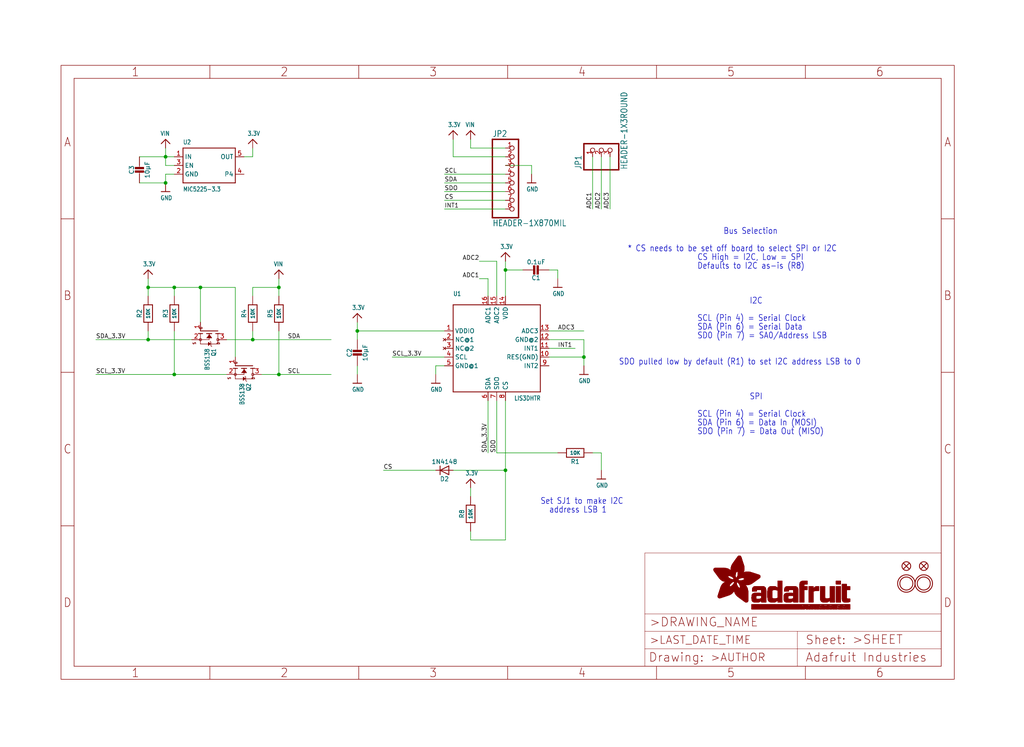
<source format=kicad_sch>
(kicad_sch (version 20211123) (generator eeschema)
  (paper "User" 298.45 217.881)
  (lib_symbols
    (symbol "eagleSchem-eagle-import:3.3V" (power)
      (property "Value" "3.3V" (at -1.524 1.016 0))
      (symbol "3.3V_1_0"
        (pin power_in line (at 0 -2.54 90) (length 2.54) (name "3.3V") (number "1"))
      )
    )
    (symbol "eagleSchem-eagle-import:ACCEL_LIS3DHTR"
      (property "Reference" "U" (at -12.7 15.24 0))
      (property "Value" "ACCEL_LIS3DHTR" (at 5.08 -15.24 0))
      (symbol "ACCEL_LIS3DHTR_1_0"
        (pin power_in line (at -15.24 5.08 0) (length 2.54) (name "VDDIO") (number "1"))
        (pin bidirectional line (at 15.24 -2.54 180) (length 2.54) (name "RES(GND)") (number "10"))
        (pin output line (at 15.24 0 180) (length 2.54) (name "INT1") (number "11"))
        (pin power_in line (at 15.24 2.54 180) (length 2.54) (name "GND@2") (number "12"))
        (pin input line (at 15.24 5.08 180) (length 2.54) (name "ADC3") (number "13"))
        (pin power_in line (at 2.54 15.24 270) (length 2.54) (name "VDD") (number "14"))
        (pin input line (at 0 15.24 270) (length 2.54) (name "ADC2") (number "15"))
        (pin input line (at -2.54 15.24 270) (length 2.54) (name "ADC1") (number "16"))
        (pin no_connect line (at -15.24 2.54 0) (length 2.54) (name "NC@1") (number "2"))
        (pin no_connect line (at -15.24 0 0) (length 2.54) (name "NC@2") (number "3"))
        (pin bidirectional line (at -15.24 -2.54 0) (length 2.54) (name "SCL") (number "4"))
        (pin power_in line (at -15.24 -5.08 0) (length 2.54) (name "GND@1") (number "5"))
        (pin bidirectional line (at -2.54 -15.24 90) (length 2.54) (name "SDA") (number "6"))
        (pin bidirectional line (at 0 -15.24 90) (length 2.54) (name "SDO") (number "7"))
        (pin input line (at 2.54 -15.24 90) (length 2.54) (name "CS") (number "8"))
        (pin output line (at 15.24 -5.08 180) (length 2.54) (name "INT2") (number "9"))
      )
    )
    (symbol "eagleSchem-eagle-import:CAP_CERAMIC0805-NOOUTLINE"
      (property "Reference" "C" (at -2.29 1.25 90))
      (property "Value" "CAP_CERAMIC0805-NOOUTLINE" (at 2.3 1.25 90))
      (symbol "CAP_CERAMIC0805-NOOUTLINE_1_0"
        (pin passive line (at 0 5.08 270) (length 2.54) (name "1") (number "1"))
        (pin passive line (at 0 -2.54 90) (length 2.54) (name "2") (number "2"))
      )
    )
    (symbol "eagleSchem-eagle-import:CAP_CERAMIC0805_10MGAP"
      (property "Reference" "C" (at -2.29 1.25 90))
      (property "Value" "CAP_CERAMIC0805_10MGAP" (at 2.3 1.25 90))
      (symbol "CAP_CERAMIC0805_10MGAP_1_0"
        (pin passive line (at 0 5.08 270) (length 2.54) (name "1") (number "1"))
        (pin passive line (at 0 -2.54 90) (length 2.54) (name "2") (number "2"))
      )
    )
    (symbol "eagleSchem-eagle-import:DIODESOD-323"
      (property "Reference" "D" (at 0 2.54 0))
      (property "Value" "DIODESOD-323" (at 0 -2.5 0))
      (symbol "DIODESOD-323_1_0"
        (pin passive line (at -2.54 0 0) (length 2.54) (name "A") (number "A"))
        (pin passive line (at 2.54 0 180) (length 2.54) (name "C") (number "C"))
      )
    )
    (symbol "eagleSchem-eagle-import:FIDUCIAL{dblquote}{dblquote}")
    (symbol "eagleSchem-eagle-import:FRAME_A4_ADAFRUIT"
      (symbol "FRAME_A4_ADAFRUIT_0_0"
        (text "1" (at 21.6958 1.905 0) (effects (font (size 2.54 2.286))))
        (text "1" (at 21.6958 177.165 0) (effects (font (size 2.54 2.286))))
        (text "2" (at 65.0875 1.905 0) (effects (font (size 2.54 2.286))))
        (text "2" (at 65.0875 177.165 0) (effects (font (size 2.54 2.286))))
        (text "3" (at 108.4792 1.905 0) (effects (font (size 2.54 2.286))))
        (text "3" (at 108.4792 177.165 0) (effects (font (size 2.54 2.286))))
        (text "4" (at 151.8708 1.905 0) (effects (font (size 2.54 2.286))))
        (text "4" (at 151.8708 177.165 0) (effects (font (size 2.54 2.286))))
        (text "5" (at 195.2625 1.905 0) (effects (font (size 2.54 2.286))))
        (text "5" (at 195.2625 177.165 0) (effects (font (size 2.54 2.286))))
        (text "6" (at 238.6542 1.905 0) (effects (font (size 2.54 2.286))))
        (text "6" (at 238.6542 177.165 0) (effects (font (size 2.54 2.286))))
        (text "A" (at 1.905 156.6863 0) (effects (font (size 2.54 2.286))))
        (text "A" (at 258.445 156.6863 0) (effects (font (size 2.54 2.286))))
        (text "B" (at 1.905 111.9188 0) (effects (font (size 2.54 2.286))))
        (text "B" (at 258.445 111.9188 0) (effects (font (size 2.54 2.286))))
        (text "C" (at 1.905 67.1513 0) (effects (font (size 2.54 2.286))))
        (text "C" (at 258.445 67.1513 0) (effects (font (size 2.54 2.286))))
        (text "D" (at 1.905 22.3838 0) (effects (font (size 2.54 2.286))))
        (text "D" (at 258.445 22.3838 0) (effects (font (size 2.54 2.286))))
      )
      (symbol "FRAME_A4_ADAFRUIT_1_0"
        (text ">AUTHOR" (at 189.23 5.08 0) (effects (font (size 2.286 2.286)) (justify left bottom)))
        (text ">DRAWING_NAME" (at 171.45 15.24 0) (effects (font (size 2.54 2.54)) (justify left bottom)))
        (text ">LAST_DATE_TIME" (at 171.45 10.16 0) (effects (font (size 2.286 2.286)) (justify left bottom)))
        (text ">SHEET" (at 230.505 10.16 0) (effects (font (size 2.54 2.54)) (justify left bottom)))
        (text "Adafruit Industries" (at 216.916 4.953 0) (effects (font (size 2.54 2.54)) (justify left bottom)))
        (text "Drawing:" (at 171.196 4.953 0) (effects (font (size 2.54 2.54)) (justify left bottom)))
        (text "Sheet:" (at 216.916 10.033 0) (effects (font (size 2.54 2.54)) (justify left bottom)))
      )
    )
    (symbol "eagleSchem-eagle-import:GND" (power)
      (property "Value" "GND" (at -1.524 -2.54 0))
      (symbol "GND_1_0"
        (pin power_in line (at 0 2.54 270) (length 2.54) (name "GND") (number "1"))
      )
    )
    (symbol "eagleSchem-eagle-import:HEADER-1X3ROUND"
      (property "Reference" "JP" (at -6.35 5.715 0))
      (property "Value" "HEADER-1X3ROUND" (at -6.35 -7.62 0))
      (symbol "HEADER-1X3ROUND_1_0"
        (pin passive inverted (at -2.54 2.54 0) (length 2.54) (name "1") (number "1"))
        (pin passive inverted (at -2.54 0 0) (length 2.54) (name "2") (number "2"))
        (pin passive inverted (at -2.54 -2.54 0) (length 2.54) (name "3") (number "3"))
      )
    )
    (symbol "eagleSchem-eagle-import:HEADER-1X870MIL"
      (property "Reference" "JP" (at -6.35 13.335 0))
      (property "Value" "HEADER-1X870MIL" (at -6.35 -12.7 0))
      (symbol "HEADER-1X870MIL_1_0"
        (pin passive inverted (at -2.54 10.16 0) (length 2.54) (name "1") (number "1"))
        (pin passive inverted (at -2.54 7.62 0) (length 2.54) (name "2") (number "2"))
        (pin passive inverted (at -2.54 5.08 0) (length 2.54) (name "3") (number "3"))
        (pin passive inverted (at -2.54 2.54 0) (length 2.54) (name "4") (number "4"))
        (pin passive inverted (at -2.54 0 0) (length 2.54) (name "5") (number "5"))
        (pin passive inverted (at -2.54 -2.54 0) (length 2.54) (name "6") (number "6"))
        (pin passive inverted (at -2.54 -5.08 0) (length 2.54) (name "7") (number "7"))
        (pin passive inverted (at -2.54 -7.62 0) (length 2.54) (name "8") (number "8"))
      )
    )
    (symbol "eagleSchem-eagle-import:MOSFET-NWIDE"
      (property "Reference" "Q" (at 5.08 0.635 0))
      (property "Value" "MOSFET-NWIDE" (at 5.08 -1.27 0))
      (symbol "MOSFET-NWIDE_1_0"
        (text "D" (at 3.175 3.175 0) (effects (font (size 0.8128 0.6908)) (justify left bottom)))
        (text "G" (at -1.27 -1.905 0) (effects (font (size 0.8128 0.6908)) (justify left bottom)))
        (text "S" (at 3.175 -3.81 0) (effects (font (size 0.8128 0.6908)) (justify left bottom)))
        (pin bidirectional line (at -2.54 -2.54 0) (length 2.54) (name "G") (number "1"))
        (pin bidirectional line (at 2.54 -5.08 90) (length 2.54) (name "S") (number "2"))
        (pin bidirectional line (at 2.54 5.08 270) (length 2.54) (name "D") (number "3"))
      )
    )
    (symbol "eagleSchem-eagle-import:MOUNTINGHOLE2.5")
    (symbol "eagleSchem-eagle-import:RESISTOR0805_NOOUTLINE"
      (property "Reference" "R" (at 0 2.54 0))
      (property "Value" "RESISTOR0805_NOOUTLINE" (at 0 0 0))
      (symbol "RESISTOR0805_NOOUTLINE_1_0"
        (pin passive line (at -5.08 0 0) (length 2.54) (name "1") (number "1"))
        (pin passive line (at 5.08 0 180) (length 2.54) (name "2") (number "2"))
      )
    )
    (symbol "eagleSchem-eagle-import:VIN" (power)
      (property "Value" "VIN" (at -1.524 1.016 0))
      (symbol "VIN_1_0"
        (pin power_in line (at 0 -2.54 90) (length 2.54) (name "VIN") (number "1"))
      )
    )
    (symbol "eagleSchem-eagle-import:VREG_SOT23-5"
      (property "Reference" "U" (at -7.62 6.096 0))
      (property "Value" "VREG_SOT23-5" (at -7.62 -7.62 0))
      (symbol "VREG_SOT23-5_1_0"
        (pin power_in line (at -10.16 2.54 0) (length 2.54) (name "IN") (number "1"))
        (pin power_in line (at -10.16 -2.54 0) (length 2.54) (name "GND") (number "2"))
        (pin input line (at -10.16 0 0) (length 2.54) (name "EN") (number "3"))
        (pin bidirectional line (at 10.16 -2.54 180) (length 2.54) (name "P4") (number "4"))
        (pin power_in line (at 10.16 2.54 180) (length 2.54) (name "OUT") (number "5"))
      )
    )
  )
  (junction (at 147.32 137.16))
  (junction (at 73.66 99.06))
  (junction (at 50.8 109.22))
  (junction (at 43.18 83.82))
  (junction (at 50.8 83.82))
  (junction (at 43.18 99.06))
  (junction (at 48.26 45.72))
  (junction (at 147.32 78.74))
  (junction (at 81.28 83.82))
  (junction (at 104.14 96.52))
  (junction (at 48.26 53.34))
  (junction (at 170.18 104.14))
  (junction (at 81.28 109.22))
  (junction (at 58.42 83.82))
  (wire (pts (xy 104.14 96.52) (xy 104.14 99.06)))
  (wire (pts (xy 43.18 86.36) (xy 43.18 83.82)))
  (wire (pts (xy 73.66 86.36) (xy 73.66 83.82)))
  (wire (pts (xy 55.88 99.06) (xy 43.18 99.06)))
  (wire (pts (xy 127 106.68) (xy 127 109.22)))
  (wire (pts (xy 68.58 104.14) (xy 68.58 83.82)))
  (wire (pts (xy 144.78 76.2) (xy 144.78 86.36)))
  (wire (pts (xy 172.72 132.08) (xy 175.26 132.08)))
  (wire (pts (xy 170.18 99.06) (xy 170.18 104.14)))
  (wire (pts (xy 48.26 50.8) (xy 48.26 53.34)))
  (wire (pts (xy 127 137.16) (xy 111.76 137.16)))
  (wire (pts (xy 147.32 50.8) (xy 129.54 50.8)))
  (wire (pts (xy 147.32 55.88) (xy 129.54 55.88)))
  (wire (pts (xy 170.18 104.14) (xy 170.18 106.68)))
  (wire (pts (xy 129.54 106.68) (xy 127 106.68)))
  (wire (pts (xy 142.24 116.84) (xy 142.24 132.08)))
  (wire (pts (xy 66.04 99.06) (xy 73.66 99.06)))
  (wire (pts (xy 68.58 83.82) (xy 58.42 83.82)))
  (wire (pts (xy 144.78 132.08) (xy 162.56 132.08)))
  (wire (pts (xy 71.12 45.72) (xy 73.66 45.72)))
  (wire (pts (xy 73.66 83.82) (xy 81.28 83.82)))
  (wire (pts (xy 66.04 109.22) (xy 50.8 109.22)))
  (wire (pts (xy 40.64 53.34) (xy 48.26 53.34)))
  (wire (pts (xy 50.8 96.52) (xy 50.8 109.22)))
  (wire (pts (xy 81.28 109.22) (xy 81.28 96.52)))
  (wire (pts (xy 137.16 43.18) (xy 137.16 40.64)))
  (wire (pts (xy 147.32 137.16) (xy 147.32 116.84)))
  (wire (pts (xy 147.32 58.42) (xy 129.54 58.42)))
  (wire (pts (xy 160.02 101.6) (xy 167.64 101.6)))
  (wire (pts (xy 73.66 99.06) (xy 73.66 96.52)))
  (wire (pts (xy 154.94 48.26) (xy 154.94 50.8)))
  (wire (pts (xy 48.26 45.72) (xy 40.64 45.72)))
  (wire (pts (xy 132.08 137.16) (xy 147.32 137.16)))
  (wire (pts (xy 147.32 157.48) (xy 147.32 137.16)))
  (wire (pts (xy 73.66 45.72) (xy 73.66 43.18)))
  (wire (pts (xy 48.26 45.72) (xy 48.26 43.18)))
  (wire (pts (xy 137.16 154.94) (xy 137.16 157.48)))
  (wire (pts (xy 147.32 86.36) (xy 147.32 78.74)))
  (wire (pts (xy 142.24 81.28) (xy 139.7 81.28)))
  (wire (pts (xy 129.54 104.14) (xy 114.3 104.14)))
  (wire (pts (xy 50.8 86.36) (xy 50.8 83.82)))
  (wire (pts (xy 147.32 60.96) (xy 129.54 60.96)))
  (wire (pts (xy 43.18 83.82) (xy 43.18 81.28)))
  (wire (pts (xy 175.26 132.08) (xy 175.26 137.16)))
  (wire (pts (xy 81.28 86.36) (xy 81.28 83.82)))
  (wire (pts (xy 104.14 106.68) (xy 104.14 109.22)))
  (wire (pts (xy 58.42 83.82) (xy 50.8 83.82)))
  (wire (pts (xy 76.2 109.22) (xy 81.28 109.22)))
  (wire (pts (xy 160.02 104.14) (xy 170.18 104.14)))
  (wire (pts (xy 43.18 99.06) (xy 43.18 96.52)))
  (wire (pts (xy 50.8 48.26) (xy 48.26 48.26)))
  (wire (pts (xy 147.32 78.74) (xy 147.32 76.2)))
  (wire (pts (xy 147.32 43.18) (xy 137.16 43.18)))
  (wire (pts (xy 43.18 99.06) (xy 27.94 99.06)))
  (wire (pts (xy 177.8 45.72) (xy 177.8 60.96)))
  (wire (pts (xy 152.4 78.74) (xy 147.32 78.74)))
  (wire (pts (xy 147.32 45.72) (xy 132.08 45.72)))
  (wire (pts (xy 142.24 86.36) (xy 142.24 81.28)))
  (wire (pts (xy 160.02 78.74) (xy 162.56 78.74)))
  (wire (pts (xy 162.56 78.74) (xy 162.56 81.28)))
  (wire (pts (xy 50.8 50.8) (xy 48.26 50.8)))
  (wire (pts (xy 50.8 83.82) (xy 43.18 83.82)))
  (wire (pts (xy 132.08 45.72) (xy 132.08 40.64)))
  (wire (pts (xy 81.28 109.22) (xy 96.52 109.22)))
  (wire (pts (xy 50.8 109.22) (xy 27.94 109.22)))
  (wire (pts (xy 147.32 53.34) (xy 129.54 53.34)))
  (wire (pts (xy 129.54 96.52) (xy 104.14 96.52)))
  (wire (pts (xy 137.16 157.48) (xy 147.32 157.48)))
  (wire (pts (xy 50.8 45.72) (xy 48.26 45.72)))
  (wire (pts (xy 139.7 76.2) (xy 144.78 76.2)))
  (wire (pts (xy 172.72 45.72) (xy 172.72 60.96)))
  (wire (pts (xy 147.32 48.26) (xy 154.94 48.26)))
  (wire (pts (xy 73.66 99.06) (xy 96.52 99.06)))
  (wire (pts (xy 81.28 83.82) (xy 81.28 81.28)))
  (wire (pts (xy 48.26 48.26) (xy 48.26 45.72)))
  (wire (pts (xy 144.78 116.84) (xy 144.78 132.08)))
  (wire (pts (xy 58.42 93.98) (xy 58.42 83.82)))
  (wire (pts (xy 175.26 60.96) (xy 175.26 45.72)))
  (wire (pts (xy 160.02 96.52) (xy 170.18 96.52)))
  (wire (pts (xy 160.02 99.06) (xy 170.18 99.06)))
  (wire (pts (xy 104.14 96.52) (xy 104.14 93.98)))
  (wire (pts (xy 137.16 144.78) (xy 137.16 142.24)))
  (text "Bus Selection" (at 210.82 68.58 180) (effects (font (size 1.778 1.5113)) (justify left bottom)))
  (text "SCL (Pin 4) = Serial Clock" (at 203.2 121.92 180) (effects (font (size 1.778 1.5113)) (justify left bottom)))
  (text "SDA (Pin 6) = Serial Data" (at 203.2 96.52 180) (effects (font (size 1.778 1.5113)) (justify left bottom)))
  (text "SDO pulled low by default (R1) to set I2C address LSB to 0" (at 180.34 106.68 0) (effects (font (size 1.778 1.5113)) (justify left bottom)))
  (text "SCL (Pin 4) = Serial Clock" (at 203.2 93.98 180) (effects (font (size 1.778 1.5113)) (justify left bottom)))
  (text "Defaults to I2C as-is (R8)" (at 203.2 78.74 180) (effects (font (size 1.778 1.5113)) (justify left bottom)))
  (text "SD0 (Pin 7) = SA0/Address LSB" (at 203.2 99.06 180) (effects (font (size 1.778 1.5113)) (justify left bottom)))
  (text "SDO (Pin 7) = Data Out (MISO)" (at 203.2 127 180) (effects (font (size 1.778 1.5113)) (justify left bottom)))
  (text "* CS needs to be set off board to select SPI or I2C" (at 182.88 73.66 0) (effects (font (size 1.778 1.5113)) (justify left bottom)))
  (text "I2C" (at 218.44 88.9 180) (effects (font (size 1.778 1.5113)) (justify left bottom)))
  (text "address LSB 1" (at 160.02 149.86 180) (effects (font (size 1.778 1.5113)) (justify left bottom)))
  (text "Set SJ1 to make I2C" (at 157.48 147.32 180) (effects (font (size 1.778 1.5113)) (justify left bottom)))
  (text "CS High = I2C, Low = SPI" (at 203.2 76.2 180) (effects (font (size 1.778 1.5113)) (justify left bottom)))
  (text "SDA (Pin 6) = Data In (MOSI)" (at 203.2 124.46 180) (effects (font (size 1.778 1.5113)) (justify left bottom)))
  (text "SPI" (at 218.44 116.84 180) (effects (font (size 1.778 1.5113)) (justify left bottom)))
  (label "SCL" (at 129.54 50.8 0) (effects (font (size 1.2446 1.2446))))
  (label "INT1" (at 162.56 101.6 0) (effects (font (size 1.2446 1.2446))))
  (label "SCL" (at 83.82 109.22 0) (effects (font (size 1.2446 1.2446))))
  (label "SCL_3.3V" (at 27.94 109.22 0) (effects (font (size 1.2446 1.2446))))
  (label "ADC1" (at 172.72 60.96 90) (effects (font (size 1.2446 1.2446))))
  (label "SDA_3.3V" (at 142.24 132.08 90) (effects (font (size 1.2446 1.2446))))
  (label "ADC2" (at 139.7 76.2 180) (effects (font (size 1.2446 1.2446))))
  (label "ADC3" (at 177.8 60.96 90) (effects (font (size 1.2446 1.2446))))
  (label "SDO" (at 144.78 132.08 90) (effects (font (size 1.2446 1.2446))))
  (label "INT1" (at 129.54 60.96 0) (effects (font (size 1.2446 1.2446))))
  (label "CS" (at 111.76 137.16 0) (effects (font (size 1.2446 1.2446))))
  (label "SCL_3.3V" (at 114.3 104.14 0) (effects (font (size 1.2446 1.2446))))
  (label "CS" (at 129.54 58.42 0) (effects (font (size 1.2446 1.2446))))
  (label "ADC1" (at 139.7 81.28 180) (effects (font (size 1.2446 1.2446))))
  (label "SDA_3.3V" (at 27.94 99.06 0) (effects (font (size 1.2446 1.2446))))
  (label "SDO" (at 129.54 55.88 0) (effects (font (size 1.2446 1.2446))))
  (label "SDA" (at 129.54 53.34 0) (effects (font (size 1.2446 1.2446))))
  (label "ADC2" (at 175.26 60.96 90) (effects (font (size 1.2446 1.2446))))
  (label "ADC3" (at 162.56 96.52 0) (effects (font (size 1.2446 1.2446))))
  (label "SDA" (at 83.82 99.06 0) (effects (font (size 1.2446 1.2446))))
  (symbol (lib_id "eagleSchem-eagle-import:FIDUCIAL{dblquote}{dblquote}") (at 269.24 165.1 0) (unit 1)
    (property "Reference" "FID1" (effects hide))
    (property "Value" "FIDUCIAL{dblquote}{dblquote}" (effects hide))
    (property "Footprint" "eagleSchem:FIDUCIAL_1MM" (effects hide))
  )
  (symbol (lib_id "eagleSchem-eagle-import:MOUNTINGHOLE2.5") (at 269.24 170.18 0) (unit 1)
    (property "Reference" "U$10" (effects hide))
    (property "Value" "MOUNTINGHOLE2.5" (effects hide))
    (property "Footprint" "eagleSchem:MOUNTINGHOLE_2.5_PLATED" (effects hide))
  )
  (symbol (lib_id "eagleSchem-eagle-import:GND") (at 127 111.76 0) (unit 1)
    (property "Reference" "#U$2" (effects hide))
    (property "Value" "GND" (at 125.476 114.3 0) (effects (font (size 1.27 1.0795)) (justify left bottom)))
    (property "Footprint" "eagleSchem:" (effects hide))
  )
  (symbol (lib_id "eagleSchem-eagle-import:RESISTOR0805_NOOUTLINE") (at 73.66 91.44 90) (unit 1)
    (property "Reference" "R4" (at 71.12 91.44 0))
    (property "Value" "10K" (at 73.66 91.44 0) (effects (font (size 1.016 1.016) bold)))
    (property "Footprint" "eagleSchem:0805-NO" (effects hide))
  )
  (symbol (lib_id "eagleSchem-eagle-import:FRAME_A4_ADAFRUIT") (at 17.78 198.12 0) (unit 1)
    (property "Reference" "#U$1" (effects hide))
    (property "Value" "FRAME_A4_ADAFRUIT" (effects hide))
    (property "Footprint" "eagleSchem:" (effects hide))
  )
  (symbol (lib_id "eagleSchem-eagle-import:CAP_CERAMIC0805_10MGAP") (at 157.48 78.74 90) (unit 1)
    (property "Reference" "C1" (at 156.23 81.03 90))
    (property "Value" "0.1uF" (at 156.23 76.44 90))
    (property "Footprint" "eagleSchem:0805_10MGAP" (effects hide))
  )
  (symbol (lib_id "eagleSchem-eagle-import:GND") (at 48.26 55.88 0) (unit 1)
    (property "Reference" "#U$18" (effects hide))
    (property "Value" "GND" (at 46.736 58.42 0) (effects (font (size 1.27 1.0795)) (justify left bottom)))
    (property "Footprint" "eagleSchem:" (effects hide))
  )
  (symbol (lib_id "eagleSchem-eagle-import:GND") (at 162.56 83.82 0) (unit 1)
    (property "Reference" "#U$5" (effects hide))
    (property "Value" "GND" (at 161.036 86.36 0) (effects (font (size 1.27 1.0795)) (justify left bottom)))
    (property "Footprint" "eagleSchem:" (effects hide))
  )
  (symbol (lib_id "eagleSchem-eagle-import:VREG_SOT23-5") (at 60.96 48.26 0) (unit 1)
    (property "Reference" "U2" (at 53.34 42.164 0) (effects (font (size 1.27 1.0795)) (justify left bottom)))
    (property "Value" "MIC5225-3.3" (at 53.34 55.88 0) (effects (font (size 1.27 1.0795)) (justify left bottom)))
    (property "Footprint" "eagleSchem:SOT23-5" (effects hide))
  )
  (symbol (lib_id "eagleSchem-eagle-import:3.3V") (at 104.14 91.44 0) (unit 1)
    (property "Reference" "#U$6" (effects hide))
    (property "Value" "3.3V" (at 102.616 90.424 0) (effects (font (size 1.27 1.0795)) (justify left bottom)))
    (property "Footprint" "eagleSchem:" (effects hide))
  )
  (symbol (lib_id "eagleSchem-eagle-import:RESISTOR0805_NOOUTLINE") (at 81.28 91.44 90) (unit 1)
    (property "Reference" "R5" (at 78.74 91.44 0))
    (property "Value" "10K" (at 81.28 91.44 0) (effects (font (size 1.016 1.016) bold)))
    (property "Footprint" "eagleSchem:0805-NO" (effects hide))
  )
  (symbol (lib_id "eagleSchem-eagle-import:GND") (at 170.18 109.22 0) (unit 1)
    (property "Reference" "#U$3" (effects hide))
    (property "Value" "GND" (at 168.656 111.76 0) (effects (font (size 1.27 1.0795)) (justify left bottom)))
    (property "Footprint" "eagleSchem:" (effects hide))
  )
  (symbol (lib_id "eagleSchem-eagle-import:CAP_CERAMIC0805-NOOUTLINE") (at 104.14 104.14 0) (unit 1)
    (property "Reference" "C2" (at 101.85 102.89 90))
    (property "Value" "10µF" (at 106.44 102.89 90))
    (property "Footprint" "eagleSchem:0805-NO" (effects hide))
  )
  (symbol (lib_id "eagleSchem-eagle-import:3.3V") (at 73.66 40.64 0) (unit 1)
    (property "Reference" "#U$19" (effects hide))
    (property "Value" "3.3V" (at 72.136 39.624 0) (effects (font (size 1.27 1.0795)) (justify left bottom)))
    (property "Footprint" "eagleSchem:" (effects hide))
  )
  (symbol (lib_id "eagleSchem-eagle-import:3.3V") (at 147.32 73.66 0) (unit 1)
    (property "Reference" "#U$4" (effects hide))
    (property "Value" "3.3V" (at 145.796 72.644 0) (effects (font (size 1.27 1.0795)) (justify left bottom)))
    (property "Footprint" "eagleSchem:" (effects hide))
  )
  (symbol (lib_id "eagleSchem-eagle-import:VIN") (at 81.28 78.74 0) (unit 1)
    (property "Reference" "#U$12" (effects hide))
    (property "Value" "VIN" (at 79.756 77.724 0) (effects (font (size 1.27 1.0795)) (justify left bottom)))
    (property "Footprint" "eagleSchem:" (effects hide))
  )
  (symbol (lib_id "eagleSchem-eagle-import:MOSFET-NWIDE") (at 60.96 96.52 270) (unit 1)
    (property "Reference" "Q1" (at 61.595 101.6 0) (effects (font (size 1.27 1.0795)) (justify left bottom)))
    (property "Value" "BSS138" (at 59.69 101.6 0) (effects (font (size 1.27 1.0795)) (justify left bottom)))
    (property "Footprint" "eagleSchem:SOT23-WIDE" (effects hide))
  )
  (symbol (lib_id "eagleSchem-eagle-import:HEADER-1X870MIL") (at 149.86 53.34 0) (unit 1)
    (property "Reference" "JP2" (at 143.51 40.005 0) (effects (font (size 1.778 1.5113)) (justify left bottom)))
    (property "Value" "HEADER-1X870MIL" (at 143.51 66.04 0) (effects (font (size 1.778 1.5113)) (justify left bottom)))
    (property "Footprint" "eagleSchem:1X08_ROUND_70" (effects hide))
  )
  (symbol (lib_id "eagleSchem-eagle-import:GND") (at 154.94 53.34 0) (unit 1)
    (property "Reference" "#U$15" (effects hide))
    (property "Value" "GND" (at 153.416 55.88 0) (effects (font (size 1.27 1.0795)) (justify left bottom)))
    (property "Footprint" "eagleSchem:" (effects hide))
  )
  (symbol (lib_id "eagleSchem-eagle-import:3.3V") (at 137.16 139.7 0) (unit 1)
    (property "Reference" "#U$16" (effects hide))
    (property "Value" "3.3V" (at 135.636 138.684 0) (effects (font (size 1.27 1.0795)) (justify left bottom)))
    (property "Footprint" "eagleSchem:" (effects hide))
  )
  (symbol (lib_id "eagleSchem-eagle-import:RESISTOR0805_NOOUTLINE") (at 43.18 91.44 90) (unit 1)
    (property "Reference" "R2" (at 40.64 91.44 0))
    (property "Value" "10K" (at 43.18 91.44 0) (effects (font (size 1.016 1.016) bold)))
    (property "Footprint" "eagleSchem:0805-NO" (effects hide))
  )
  (symbol (lib_id "eagleSchem-eagle-import:MOUNTINGHOLE2.5") (at 264.16 170.18 0) (unit 1)
    (property "Reference" "U$13" (effects hide))
    (property "Value" "MOUNTINGHOLE2.5" (effects hide))
    (property "Footprint" "eagleSchem:MOUNTINGHOLE_2.5_PLATED" (effects hide))
  )
  (symbol (lib_id "eagleSchem-eagle-import:GND") (at 104.14 111.76 0) (unit 1)
    (property "Reference" "#U$7" (effects hide))
    (property "Value" "GND" (at 102.616 114.3 0) (effects (font (size 1.27 1.0795)) (justify left bottom)))
    (property "Footprint" "eagleSchem:" (effects hide))
  )
  (symbol (lib_id "eagleSchem-eagle-import:FIDUCIAL{dblquote}{dblquote}") (at 264.16 165.1 0) (unit 1)
    (property "Reference" "FID2" (effects hide))
    (property "Value" "FIDUCIAL{dblquote}{dblquote}" (effects hide))
    (property "Footprint" "eagleSchem:FIDUCIAL_1MM" (effects hide))
  )
  (symbol (lib_id "eagleSchem-eagle-import:GND") (at 175.26 139.7 0) (unit 1)
    (property "Reference" "#U$8" (effects hide))
    (property "Value" "GND" (at 173.736 142.24 0) (effects (font (size 1.27 1.0795)) (justify left bottom)))
    (property "Footprint" "eagleSchem:" (effects hide))
  )
  (symbol (lib_id "eagleSchem-eagle-import:CAP_CERAMIC0805-NOOUTLINE") (at 40.64 50.8 0) (unit 1)
    (property "Reference" "C3" (at 38.35 49.55 90))
    (property "Value" "10µF" (at 42.94 49.55 90))
    (property "Footprint" "eagleSchem:0805-NO" (effects hide))
  )
  (symbol (lib_id "eagleSchem-eagle-import:MOSFET-NWIDE") (at 71.12 106.68 270) (unit 1)
    (property "Reference" "Q2" (at 71.755 111.76 0) (effects (font (size 1.27 1.0795)) (justify left bottom)))
    (property "Value" "BSS138" (at 69.85 111.76 0) (effects (font (size 1.27 1.0795)) (justify left bottom)))
    (property "Footprint" "eagleSchem:SOT23-WIDE" (effects hide))
  )
  (symbol (lib_id "eagleSchem-eagle-import:RESISTOR0805_NOOUTLINE") (at 50.8 91.44 90) (unit 1)
    (property "Reference" "R3" (at 48.26 91.44 0))
    (property "Value" "10K" (at 50.8 91.44 0) (effects (font (size 1.016 1.016) bold)))
    (property "Footprint" "eagleSchem:0805-NO" (effects hide))
  )
  (symbol (lib_id "eagleSchem-eagle-import:HEADER-1X3ROUND") (at 175.26 43.18 90) (unit 1)
    (property "Reference" "JP1" (at 169.545 49.53 0) (effects (font (size 1.778 1.5113)) (justify left bottom)))
    (property "Value" "HEADER-1X3ROUND" (at 182.88 49.53 0) (effects (font (size 1.778 1.5113)) (justify left bottom)))
    (property "Footprint" "eagleSchem:1X03_ROUND" (effects hide))
  )
  (symbol (lib_id "eagleSchem-eagle-import:ACCEL_LIS3DHTR") (at 144.78 101.6 0) (unit 1)
    (property "Reference" "U1" (at 132.08 86.36 0) (effects (font (size 1.27 1.0795)) (justify left bottom)))
    (property "Value" "LIS3DHTR" (at 149.86 116.84 0) (effects (font (size 1.27 1.0795)) (justify left bottom)))
    (property "Footprint" "eagleSchem:LGA16_3X3MM" (effects hide))
  )
  (symbol (lib_id "eagleSchem-eagle-import:3.3V") (at 43.18 78.74 0) (unit 1)
    (property "Reference" "#U$11" (effects hide))
    (property "Value" "3.3V" (at 41.656 77.724 0) (effects (font (size 1.27 1.0795)) (justify left bottom)))
    (property "Footprint" "eagleSchem:" (effects hide))
  )
  (symbol (lib_id "eagleSchem-eagle-import:DIODESOD-323") (at 129.54 137.16 180) (unit 1)
    (property "Reference" "D2" (at 129.54 139.7 0))
    (property "Value" "1N4148" (at 129.54 134.66 0))
    (property "Footprint" "eagleSchem:SOD-323" (effects hide))
  )
  (symbol (lib_id "eagleSchem-eagle-import:VIN") (at 137.16 38.1 0) (unit 1)
    (property "Reference" "#U$20" (effects hide))
    (property "Value" "VIN" (at 135.636 37.084 0) (effects (font (size 1.27 1.0795)) (justify left bottom)))
    (property "Footprint" "eagleSchem:" (effects hide))
  )
  (symbol (lib_id "eagleSchem-eagle-import:3.3V") (at 132.08 38.1 0) (unit 1)
    (property "Reference" "#U$14" (effects hide))
    (property "Value" "3.3V" (at 130.556 37.084 0) (effects (font (size 1.27 1.0795)) (justify left bottom)))
    (property "Footprint" "eagleSchem:" (effects hide))
  )
  (symbol (lib_id "eagleSchem-eagle-import:RESISTOR0805_NOOUTLINE") (at 167.64 132.08 180) (unit 1)
    (property "Reference" "R1" (at 167.64 134.62 0))
    (property "Value" "10K" (at 167.64 132.08 0) (effects (font (size 1.016 1.016) bold)))
    (property "Footprint" "eagleSchem:0805-NO" (effects hide))
  )
  (symbol (lib_id "eagleSchem-eagle-import:VIN") (at 48.26 40.64 0) (unit 1)
    (property "Reference" "#U$17" (effects hide))
    (property "Value" "VIN" (at 46.736 39.624 0) (effects (font (size 1.27 1.0795)) (justify left bottom)))
    (property "Footprint" "eagleSchem:" (effects hide))
  )
  (symbol (lib_id "eagleSchem-eagle-import:RESISTOR0805_NOOUTLINE") (at 137.16 149.86 90) (unit 1)
    (property "Reference" "R8" (at 134.62 149.86 0))
    (property "Value" "10K" (at 137.16 149.86 0) (effects (font (size 1.016 1.016) bold)))
    (property "Footprint" "eagleSchem:0805-NO" (effects hide))
  )
)
</source>
